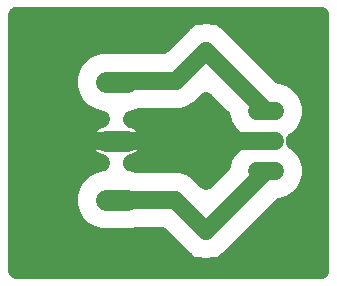
<source format=gbr>
G04 EAGLE Gerber RS-274X export*
G75*
%MOMM*%
%FSLAX34Y34*%
%LPD*%
%INBottom Copper*%
%IPPOS*%
%AMOC8*
5,1,8,0,0,1.08239X$1,22.5*%
G01*
%ADD10P,1.539592X8X292.500000*%
%ADD11C,1.790700*%
%ADD12C,1.524000*%
%ADD13C,1.500000*%

G36*
X363607Y73517D02*
X363607Y73517D01*
X363914Y73526D01*
X363993Y73537D01*
X364073Y73541D01*
X364376Y73588D01*
X364681Y73629D01*
X364759Y73648D01*
X364838Y73660D01*
X365135Y73738D01*
X365434Y73811D01*
X365510Y73838D01*
X365587Y73858D01*
X365873Y73966D01*
X366164Y74069D01*
X366236Y74104D01*
X366311Y74132D01*
X366585Y74269D01*
X366863Y74401D01*
X366932Y74443D01*
X367003Y74479D01*
X367262Y74644D01*
X367525Y74804D01*
X367588Y74852D01*
X367656Y74896D01*
X367896Y75086D01*
X368141Y75273D01*
X368200Y75327D01*
X368262Y75377D01*
X368482Y75592D01*
X368706Y75802D01*
X368758Y75863D01*
X368816Y75919D01*
X369012Y76156D01*
X369213Y76387D01*
X369259Y76453D01*
X369310Y76515D01*
X369481Y76770D01*
X369657Y77022D01*
X369696Y77092D01*
X369741Y77158D01*
X369884Y77430D01*
X370033Y77698D01*
X370065Y77772D01*
X370102Y77843D01*
X370217Y78128D01*
X370338Y78410D01*
X370362Y78487D01*
X370392Y78561D01*
X370476Y78856D01*
X370567Y79150D01*
X370583Y79228D01*
X370605Y79305D01*
X370659Y79607D01*
X370719Y79909D01*
X370724Y79973D01*
X370741Y80068D01*
X370798Y80840D01*
X370795Y80936D01*
X370799Y81000D01*
X370799Y296700D01*
X370783Y297007D01*
X370774Y297314D01*
X370763Y297393D01*
X370759Y297473D01*
X370712Y297776D01*
X370671Y298081D01*
X370652Y298159D01*
X370640Y298238D01*
X370562Y298535D01*
X370489Y298834D01*
X370462Y298910D01*
X370442Y298987D01*
X370334Y299273D01*
X370231Y299564D01*
X370196Y299636D01*
X370168Y299711D01*
X370031Y299985D01*
X369899Y300263D01*
X369857Y300332D01*
X369821Y300403D01*
X369656Y300662D01*
X369496Y300925D01*
X369448Y300988D01*
X369404Y301056D01*
X369214Y301296D01*
X369027Y301541D01*
X368973Y301600D01*
X368923Y301662D01*
X368708Y301882D01*
X368498Y302106D01*
X368437Y302158D01*
X368381Y302216D01*
X368144Y302412D01*
X367913Y302613D01*
X367847Y302659D01*
X367785Y302710D01*
X367530Y302881D01*
X367278Y303057D01*
X367208Y303096D01*
X367142Y303141D01*
X366870Y303284D01*
X366602Y303433D01*
X366528Y303465D01*
X366457Y303502D01*
X366172Y303617D01*
X365890Y303738D01*
X365813Y303762D01*
X365739Y303792D01*
X365444Y303876D01*
X365150Y303967D01*
X365072Y303983D01*
X364995Y304005D01*
X364693Y304059D01*
X364391Y304119D01*
X364327Y304124D01*
X364232Y304141D01*
X363460Y304198D01*
X363364Y304195D01*
X363300Y304199D01*
X106400Y304199D01*
X106093Y304183D01*
X105786Y304174D01*
X105707Y304163D01*
X105627Y304159D01*
X105324Y304112D01*
X105019Y304071D01*
X104941Y304052D01*
X104862Y304040D01*
X104565Y303962D01*
X104266Y303889D01*
X104190Y303862D01*
X104113Y303842D01*
X103827Y303734D01*
X103536Y303631D01*
X103464Y303596D01*
X103389Y303568D01*
X103115Y303431D01*
X102837Y303299D01*
X102768Y303257D01*
X102697Y303221D01*
X102438Y303056D01*
X102175Y302896D01*
X102112Y302848D01*
X102044Y302804D01*
X101804Y302614D01*
X101559Y302427D01*
X101500Y302373D01*
X101438Y302323D01*
X101218Y302108D01*
X100994Y301898D01*
X100942Y301837D01*
X100884Y301781D01*
X100688Y301544D01*
X100487Y301313D01*
X100441Y301247D01*
X100390Y301185D01*
X100219Y300930D01*
X100043Y300678D01*
X100004Y300608D01*
X99959Y300542D01*
X99816Y300270D01*
X99667Y300002D01*
X99635Y299928D01*
X99598Y299857D01*
X99483Y299572D01*
X99362Y299290D01*
X99338Y299213D01*
X99308Y299139D01*
X99224Y298844D01*
X99133Y298550D01*
X99117Y298472D01*
X99095Y298395D01*
X99041Y298093D01*
X98981Y297791D01*
X98976Y297727D01*
X98959Y297632D01*
X98902Y296860D01*
X98905Y296764D01*
X98901Y296700D01*
X98901Y81000D01*
X98917Y80693D01*
X98926Y80386D01*
X98937Y80307D01*
X98941Y80227D01*
X98988Y79924D01*
X99029Y79619D01*
X99048Y79541D01*
X99060Y79462D01*
X99138Y79165D01*
X99211Y78866D01*
X99238Y78790D01*
X99258Y78713D01*
X99366Y78427D01*
X99469Y78136D01*
X99504Y78064D01*
X99532Y77989D01*
X99669Y77715D01*
X99801Y77437D01*
X99843Y77368D01*
X99879Y77297D01*
X100044Y77038D01*
X100204Y76775D01*
X100252Y76712D01*
X100296Y76644D01*
X100486Y76404D01*
X100673Y76159D01*
X100727Y76100D01*
X100777Y76038D01*
X100992Y75818D01*
X101202Y75594D01*
X101263Y75542D01*
X101319Y75484D01*
X101556Y75288D01*
X101787Y75087D01*
X101853Y75041D01*
X101915Y74990D01*
X102170Y74819D01*
X102422Y74643D01*
X102492Y74604D01*
X102558Y74559D01*
X102830Y74416D01*
X103098Y74267D01*
X103172Y74235D01*
X103243Y74198D01*
X103528Y74083D01*
X103810Y73962D01*
X103887Y73938D01*
X103961Y73908D01*
X104256Y73824D01*
X104550Y73733D01*
X104628Y73717D01*
X104705Y73695D01*
X105007Y73641D01*
X105309Y73581D01*
X105373Y73576D01*
X105468Y73559D01*
X106240Y73502D01*
X106336Y73505D01*
X106400Y73501D01*
X363300Y73501D01*
X363607Y73517D01*
G37*
%LPC*%
G36*
X263738Y91799D02*
X263738Y91799D01*
X263243Y91932D01*
X263197Y91942D01*
X263153Y91955D01*
X262819Y92022D01*
X262486Y92093D01*
X262439Y92098D01*
X262393Y92107D01*
X262268Y92117D01*
X261716Y92176D01*
X261445Y92177D01*
X261302Y92187D01*
X257541Y92187D01*
X254881Y94847D01*
X254846Y94879D01*
X254814Y94913D01*
X254558Y95138D01*
X254306Y95366D01*
X254268Y95393D01*
X254233Y95424D01*
X254128Y95495D01*
X253680Y95822D01*
X253446Y95958D01*
X253328Y96039D01*
X252884Y96295D01*
X233376Y115803D01*
X233322Y115852D01*
X233271Y115906D01*
X233034Y116111D01*
X232801Y116321D01*
X232742Y116365D01*
X232686Y116413D01*
X232429Y116593D01*
X232176Y116778D01*
X232112Y116815D01*
X232052Y116857D01*
X231778Y117009D01*
X231507Y117167D01*
X231440Y117198D01*
X231375Y117233D01*
X231087Y117357D01*
X230801Y117486D01*
X230731Y117509D01*
X230663Y117538D01*
X230364Y117631D01*
X230066Y117730D01*
X229994Y117746D01*
X229924Y117767D01*
X229616Y117829D01*
X229310Y117897D01*
X229237Y117905D01*
X229165Y117919D01*
X229015Y117930D01*
X228541Y117985D01*
X228227Y117988D01*
X228074Y117999D01*
X209219Y117999D01*
X209172Y117997D01*
X209125Y117999D01*
X208786Y117977D01*
X208446Y117959D01*
X208399Y117952D01*
X208352Y117949D01*
X208229Y117925D01*
X207681Y117840D01*
X207419Y117771D01*
X207278Y117744D01*
X202807Y116546D01*
X178593Y116546D01*
X172500Y118178D01*
X167038Y121332D01*
X162578Y125792D01*
X159425Y131254D01*
X157792Y137346D01*
X157792Y143654D01*
X159425Y149746D01*
X162578Y155208D01*
X167038Y159668D01*
X172500Y162822D01*
X179533Y164706D01*
X179873Y164816D01*
X180219Y164926D01*
X180244Y164937D01*
X180269Y164945D01*
X180598Y165090D01*
X180930Y165234D01*
X180953Y165247D01*
X180977Y165258D01*
X181289Y165437D01*
X181604Y165614D01*
X181626Y165630D01*
X181649Y165643D01*
X181940Y165852D01*
X182236Y166062D01*
X182256Y166079D01*
X182278Y166095D01*
X182547Y166334D01*
X182819Y166572D01*
X182837Y166592D01*
X182857Y166609D01*
X183100Y166876D01*
X183345Y167140D01*
X183361Y167161D01*
X183379Y167181D01*
X183594Y167471D01*
X183810Y167759D01*
X183824Y167781D01*
X183840Y167803D01*
X184024Y168114D01*
X184209Y168422D01*
X184221Y168446D01*
X184234Y168469D01*
X184386Y168798D01*
X184538Y169123D01*
X184547Y169148D01*
X184558Y169173D01*
X184674Y169515D01*
X184792Y169855D01*
X184799Y169881D01*
X184807Y169906D01*
X184887Y170258D01*
X184970Y170608D01*
X184973Y170634D01*
X184979Y170661D01*
X185023Y171022D01*
X185069Y171376D01*
X185070Y171403D01*
X185073Y171429D01*
X185079Y171793D01*
X185088Y172150D01*
X185086Y172177D01*
X185087Y172204D01*
X185056Y172564D01*
X185028Y172922D01*
X185023Y172948D01*
X185021Y172975D01*
X184953Y173326D01*
X184888Y173684D01*
X184880Y173710D01*
X184875Y173736D01*
X184772Y174078D01*
X184670Y174427D01*
X184660Y174452D01*
X184652Y174477D01*
X184514Y174809D01*
X184377Y175144D01*
X184364Y175167D01*
X184354Y175192D01*
X184182Y175508D01*
X184011Y175826D01*
X183997Y175848D01*
X183984Y175872D01*
X183780Y176169D01*
X183578Y176467D01*
X183560Y176488D01*
X183545Y176510D01*
X183312Y176784D01*
X183080Y177061D01*
X183061Y177079D01*
X183043Y177099D01*
X182783Y177348D01*
X182524Y177599D01*
X182503Y177616D01*
X182483Y177634D01*
X182199Y177855D01*
X181915Y178078D01*
X181892Y178092D01*
X181871Y178108D01*
X181565Y178298D01*
X181260Y178491D01*
X181236Y178503D01*
X181213Y178517D01*
X180891Y178673D01*
X180566Y178834D01*
X180545Y178841D01*
X180517Y178855D01*
X179789Y179120D01*
X179629Y179160D01*
X179533Y179194D01*
X178044Y179592D01*
X176652Y180169D01*
X175347Y180922D01*
X174152Y181840D01*
X173086Y182905D01*
X173013Y183001D01*
X190700Y183001D01*
X208387Y183001D01*
X208314Y182905D01*
X207248Y181840D01*
X206053Y180922D01*
X204748Y180169D01*
X203356Y179592D01*
X201867Y179194D01*
X201522Y179082D01*
X201181Y178974D01*
X201156Y178963D01*
X201131Y178955D01*
X200801Y178809D01*
X200470Y178665D01*
X200447Y178652D01*
X200423Y178641D01*
X200110Y178463D01*
X199796Y178285D01*
X199774Y178270D01*
X199751Y178257D01*
X199458Y178046D01*
X199164Y177838D01*
X199144Y177820D01*
X199122Y177805D01*
X198852Y177564D01*
X198582Y177327D01*
X198563Y177308D01*
X198543Y177290D01*
X198300Y177024D01*
X198055Y176760D01*
X198039Y176739D01*
X198021Y176719D01*
X197807Y176430D01*
X197590Y176141D01*
X197576Y176118D01*
X197560Y176097D01*
X197377Y175787D01*
X197191Y175477D01*
X197179Y175453D01*
X197166Y175430D01*
X197015Y175103D01*
X196862Y174776D01*
X196853Y174751D01*
X196842Y174727D01*
X196726Y174385D01*
X196608Y174045D01*
X196602Y174019D01*
X196593Y173994D01*
X196513Y173642D01*
X196430Y173291D01*
X196427Y173265D01*
X196421Y173239D01*
X196377Y172882D01*
X196331Y172523D01*
X196330Y172497D01*
X196327Y172470D01*
X196321Y172109D01*
X196312Y171749D01*
X196314Y171723D01*
X196313Y171696D01*
X196344Y171335D01*
X196372Y170977D01*
X196377Y170951D01*
X196379Y170925D01*
X196447Y170569D01*
X196512Y170216D01*
X196520Y170190D01*
X196525Y170164D01*
X196629Y169818D01*
X196730Y169473D01*
X196740Y169448D01*
X196748Y169422D01*
X196888Y169086D01*
X197023Y168756D01*
X197036Y168733D01*
X197046Y168708D01*
X197219Y168390D01*
X197389Y168073D01*
X197403Y168052D01*
X197416Y168028D01*
X197622Y167729D01*
X197822Y167432D01*
X197840Y167412D01*
X197855Y167390D01*
X198089Y167114D01*
X198320Y166839D01*
X198339Y166820D01*
X198357Y166800D01*
X198618Y166551D01*
X198876Y166300D01*
X198897Y166284D01*
X198917Y166265D01*
X199203Y166044D01*
X199485Y165822D01*
X199508Y165808D01*
X199529Y165791D01*
X199835Y165602D01*
X200140Y165409D01*
X200164Y165397D01*
X200187Y165383D01*
X200511Y165225D01*
X200834Y165065D01*
X200855Y165058D01*
X200883Y165045D01*
X201611Y164780D01*
X201772Y164739D01*
X201867Y164706D01*
X207278Y163256D01*
X207324Y163246D01*
X207369Y163233D01*
X207702Y163166D01*
X208035Y163095D01*
X208082Y163090D01*
X208128Y163081D01*
X208253Y163071D01*
X208805Y163012D01*
X209076Y163011D01*
X209219Y163001D01*
X243462Y163001D01*
X249185Y161467D01*
X254316Y158505D01*
X261397Y151424D01*
X261625Y151218D01*
X261849Y151007D01*
X261913Y150959D01*
X261972Y150905D01*
X262220Y150724D01*
X262465Y150538D01*
X262533Y150496D01*
X262598Y150449D01*
X262863Y150294D01*
X263125Y150134D01*
X263198Y150099D01*
X263267Y150059D01*
X263547Y149933D01*
X263824Y149800D01*
X263899Y149774D01*
X263973Y149741D01*
X264265Y149644D01*
X264554Y149541D01*
X264632Y149522D01*
X264708Y149497D01*
X265007Y149431D01*
X265306Y149358D01*
X265386Y149347D01*
X265464Y149330D01*
X265769Y149295D01*
X266073Y149253D01*
X266153Y149251D01*
X266233Y149242D01*
X266540Y149238D01*
X266847Y149229D01*
X266927Y149234D01*
X267007Y149233D01*
X267314Y149262D01*
X267619Y149284D01*
X267698Y149298D01*
X267778Y149305D01*
X268080Y149365D01*
X268382Y149418D01*
X268459Y149440D01*
X268538Y149456D01*
X268831Y149546D01*
X269127Y149631D01*
X269201Y149660D01*
X269278Y149684D01*
X269560Y149804D01*
X269845Y149919D01*
X269916Y149956D01*
X269990Y149987D01*
X270258Y150136D01*
X270531Y150279D01*
X270597Y150324D01*
X270667Y150362D01*
X270920Y150538D01*
X271175Y150709D01*
X271223Y150750D01*
X271302Y150805D01*
X271888Y151312D01*
X271955Y151382D01*
X272003Y151424D01*
X285327Y164748D01*
X285497Y164936D01*
X285673Y165118D01*
X285756Y165223D01*
X285845Y165323D01*
X285995Y165528D01*
X286152Y165727D01*
X286223Y165840D01*
X286302Y165948D01*
X286429Y166167D01*
X286565Y166382D01*
X286624Y166502D01*
X286691Y166617D01*
X286796Y166848D01*
X286908Y167076D01*
X286942Y167172D01*
X287010Y167323D01*
X287254Y168058D01*
X287260Y168089D01*
X287268Y168109D01*
X288801Y173831D01*
X291779Y178989D01*
X295995Y183205D01*
X296205Y183341D01*
X296445Y183487D01*
X296530Y183552D01*
X296619Y183610D01*
X296647Y183633D01*
X296850Y183735D01*
X296880Y183748D01*
X296988Y183792D01*
X297023Y183812D01*
X297060Y183829D01*
X297196Y183908D01*
X297337Y183979D01*
X297496Y184080D01*
X297662Y184174D01*
X297695Y184197D01*
X297729Y184218D01*
X297857Y184311D01*
X297990Y184395D01*
X298137Y184512D01*
X298292Y184623D01*
X298323Y184650D01*
X298355Y184673D01*
X298474Y184780D01*
X298596Y184877D01*
X298730Y185008D01*
X298874Y185135D01*
X298901Y185164D01*
X298931Y185191D01*
X299038Y185310D01*
X299149Y185419D01*
X299269Y185563D01*
X299399Y185704D01*
X299423Y185736D01*
X299450Y185766D01*
X299545Y185895D01*
X299644Y186015D01*
X299747Y186169D01*
X299863Y186324D01*
X299883Y186358D01*
X299907Y186391D01*
X299988Y186529D01*
X300074Y186658D01*
X300161Y186822D01*
X300260Y186988D01*
X300277Y187024D01*
X300297Y187059D01*
X300364Y187206D01*
X300436Y187343D01*
X300505Y187515D01*
X300587Y187690D01*
X300600Y187728D01*
X300617Y187765D01*
X300668Y187918D01*
X300725Y188061D01*
X300776Y188238D01*
X300840Y188422D01*
X300849Y188461D01*
X300862Y188499D01*
X300897Y188658D01*
X300939Y188805D01*
X300971Y188986D01*
X301016Y189176D01*
X301021Y189216D01*
X301029Y189255D01*
X301048Y189417D01*
X301075Y189568D01*
X301088Y189751D01*
X301113Y189944D01*
X301114Y189984D01*
X301118Y190024D01*
X301120Y190187D01*
X301131Y190340D01*
X301126Y190524D01*
X301130Y190718D01*
X301127Y190758D01*
X301127Y190799D01*
X301113Y190960D01*
X301108Y191114D01*
X301083Y191297D01*
X301068Y191490D01*
X301060Y191530D01*
X301057Y191570D01*
X301025Y191728D01*
X301005Y191881D01*
X300961Y192061D01*
X300926Y192251D01*
X300915Y192290D01*
X300907Y192329D01*
X300860Y192483D01*
X300823Y192634D01*
X300761Y192809D01*
X300707Y192994D01*
X300691Y193031D01*
X300679Y193069D01*
X300617Y193217D01*
X300565Y193364D01*
X300485Y193532D01*
X300412Y193710D01*
X300393Y193745D01*
X300377Y193782D01*
X300299Y193923D01*
X300233Y194063D01*
X300136Y194222D01*
X300045Y194392D01*
X300022Y194425D01*
X300003Y194460D01*
X299911Y194591D01*
X299830Y194725D01*
X299717Y194873D01*
X299609Y195032D01*
X299583Y195062D01*
X299560Y195096D01*
X299456Y195217D01*
X299361Y195341D01*
X299233Y195478D01*
X299110Y195624D01*
X299081Y195652D01*
X299055Y195682D01*
X298939Y195791D01*
X298832Y195906D01*
X298689Y196029D01*
X298553Y196161D01*
X298521Y196186D01*
X298492Y196213D01*
X298398Y196282D01*
X298396Y196284D01*
X298247Y196413D01*
X298092Y196521D01*
X297943Y196638D01*
X297774Y196744D01*
X297612Y196857D01*
X297610Y196858D01*
X297609Y196859D01*
X297608Y196859D01*
X297445Y196950D01*
X297287Y197050D01*
X297109Y197137D01*
X296936Y197233D01*
X296933Y197234D01*
X296932Y197235D01*
X296759Y197309D01*
X296654Y197361D01*
X296062Y197757D01*
X296005Y197787D01*
X295997Y197792D01*
X291779Y202011D01*
X288801Y207169D01*
X287268Y212891D01*
X287189Y213132D01*
X287120Y213376D01*
X287070Y213500D01*
X287029Y213627D01*
X286926Y213859D01*
X286832Y214095D01*
X286770Y214213D01*
X286715Y214335D01*
X286589Y214556D01*
X286471Y214780D01*
X286397Y214891D01*
X286331Y215007D01*
X286182Y215214D01*
X286042Y215425D01*
X285975Y215501D01*
X285879Y215636D01*
X285364Y216215D01*
X285341Y216236D01*
X285327Y216252D01*
X272003Y229576D01*
X271775Y229782D01*
X271551Y229993D01*
X271487Y230041D01*
X271428Y230095D01*
X271180Y230276D01*
X270935Y230462D01*
X270867Y230504D01*
X270802Y230551D01*
X270537Y230706D01*
X270275Y230866D01*
X270202Y230901D01*
X270133Y230941D01*
X269853Y231067D01*
X269576Y231200D01*
X269501Y231226D01*
X269427Y231259D01*
X269135Y231356D01*
X268846Y231459D01*
X268769Y231478D01*
X268692Y231503D01*
X268393Y231570D01*
X268094Y231642D01*
X268014Y231653D01*
X267936Y231670D01*
X267631Y231705D01*
X267327Y231747D01*
X267247Y231749D01*
X267167Y231758D01*
X266860Y231762D01*
X266553Y231771D01*
X266473Y231766D01*
X266393Y231767D01*
X266086Y231738D01*
X265781Y231716D01*
X265702Y231702D01*
X265622Y231695D01*
X265320Y231635D01*
X265018Y231582D01*
X264941Y231560D01*
X264862Y231544D01*
X264569Y231454D01*
X264273Y231369D01*
X264199Y231340D01*
X264122Y231316D01*
X263840Y231196D01*
X263555Y231081D01*
X263484Y231044D01*
X263410Y231013D01*
X263141Y230864D01*
X262869Y230721D01*
X262803Y230676D01*
X262733Y230638D01*
X262481Y230462D01*
X262225Y230291D01*
X262177Y230250D01*
X262098Y230195D01*
X261512Y229688D01*
X261445Y229618D01*
X261397Y229576D01*
X255116Y223295D01*
X249985Y220333D01*
X244262Y218799D01*
X211985Y218799D01*
X211731Y218786D01*
X211477Y218782D01*
X211345Y218766D01*
X211211Y218759D01*
X210960Y218720D01*
X210708Y218690D01*
X210578Y218660D01*
X210446Y218640D01*
X210201Y218575D01*
X209953Y218519D01*
X209826Y218476D01*
X209698Y218442D01*
X209460Y218352D01*
X209219Y218271D01*
X209187Y218255D01*
X201867Y216294D01*
X201527Y216184D01*
X201181Y216074D01*
X201156Y216063D01*
X201131Y216055D01*
X200802Y215910D01*
X200470Y215766D01*
X200447Y215753D01*
X200423Y215742D01*
X200111Y215563D01*
X199796Y215386D01*
X199774Y215370D01*
X199751Y215357D01*
X199460Y215148D01*
X199164Y214938D01*
X199144Y214921D01*
X199122Y214905D01*
X198853Y214666D01*
X198581Y214428D01*
X198563Y214408D01*
X198543Y214391D01*
X198300Y214124D01*
X198055Y213860D01*
X198039Y213839D01*
X198021Y213819D01*
X197806Y213529D01*
X197590Y213241D01*
X197576Y213219D01*
X197560Y213197D01*
X197375Y212885D01*
X197191Y212578D01*
X197179Y212554D01*
X197166Y212531D01*
X197014Y212202D01*
X196862Y211877D01*
X196853Y211852D01*
X196842Y211827D01*
X196726Y211485D01*
X196608Y211145D01*
X196601Y211119D01*
X196593Y211094D01*
X196513Y210742D01*
X196430Y210392D01*
X196427Y210366D01*
X196421Y210339D01*
X196377Y209978D01*
X196331Y209624D01*
X196330Y209597D01*
X196327Y209571D01*
X196321Y209207D01*
X196312Y208850D01*
X196314Y208823D01*
X196313Y208796D01*
X196344Y208432D01*
X196372Y208078D01*
X196377Y208052D01*
X196379Y208025D01*
X196447Y207672D01*
X196512Y207316D01*
X196520Y207290D01*
X196525Y207264D01*
X196628Y206921D01*
X196730Y206573D01*
X196740Y206548D01*
X196748Y206523D01*
X196886Y206191D01*
X197023Y205856D01*
X197036Y205833D01*
X197046Y205808D01*
X197218Y205492D01*
X197389Y205174D01*
X197403Y205152D01*
X197416Y205128D01*
X197620Y204831D01*
X197822Y204533D01*
X197840Y204512D01*
X197855Y204490D01*
X198088Y204216D01*
X198320Y203939D01*
X198339Y203921D01*
X198357Y203901D01*
X198618Y203651D01*
X198876Y203401D01*
X198897Y203384D01*
X198917Y203366D01*
X199201Y203145D01*
X199485Y202922D01*
X199508Y202908D01*
X199529Y202892D01*
X199835Y202702D01*
X200140Y202509D01*
X200164Y202497D01*
X200187Y202483D01*
X200509Y202327D01*
X200834Y202166D01*
X200855Y202159D01*
X200883Y202145D01*
X201611Y201880D01*
X201771Y201840D01*
X201867Y201806D01*
X203356Y201408D01*
X204748Y200831D01*
X206053Y200078D01*
X207248Y199160D01*
X208314Y198095D01*
X208387Y197999D01*
X190700Y197999D01*
X173013Y197999D01*
X173086Y198095D01*
X174152Y199160D01*
X175347Y200078D01*
X176652Y200831D01*
X178044Y201408D01*
X179533Y201807D01*
X179877Y201918D01*
X180219Y202026D01*
X180244Y202037D01*
X180269Y202045D01*
X180601Y202192D01*
X180930Y202335D01*
X180953Y202348D01*
X180977Y202359D01*
X181291Y202539D01*
X181604Y202715D01*
X181626Y202730D01*
X181649Y202743D01*
X181943Y202955D01*
X182236Y203162D01*
X182256Y203180D01*
X182278Y203195D01*
X182548Y203436D01*
X182818Y203673D01*
X182837Y203692D01*
X182857Y203710D01*
X183100Y203976D01*
X183345Y204240D01*
X183361Y204261D01*
X183379Y204281D01*
X183594Y204571D01*
X183810Y204859D01*
X183824Y204882D01*
X183840Y204903D01*
X184023Y205213D01*
X184209Y205523D01*
X184221Y205547D01*
X184234Y205570D01*
X184384Y205895D01*
X184538Y206224D01*
X184547Y206249D01*
X184558Y206273D01*
X184674Y206614D01*
X184792Y206955D01*
X184798Y206981D01*
X184807Y207006D01*
X184887Y207357D01*
X184970Y207709D01*
X184973Y207735D01*
X184979Y207761D01*
X185023Y208119D01*
X185069Y208477D01*
X185070Y208503D01*
X185073Y208530D01*
X185079Y208893D01*
X185088Y209251D01*
X185086Y209277D01*
X185087Y209304D01*
X185056Y209665D01*
X185028Y210023D01*
X185023Y210049D01*
X185021Y210075D01*
X184953Y210431D01*
X184888Y210784D01*
X184880Y210810D01*
X184875Y210836D01*
X184771Y211183D01*
X184670Y211527D01*
X184660Y211552D01*
X184652Y211578D01*
X184513Y211910D01*
X184377Y212244D01*
X184364Y212268D01*
X184354Y212292D01*
X184182Y212609D01*
X184011Y212927D01*
X183997Y212949D01*
X183984Y212972D01*
X183779Y213270D01*
X183578Y213568D01*
X183560Y213588D01*
X183545Y213610D01*
X183312Y213884D01*
X183080Y214161D01*
X183060Y214180D01*
X183043Y214200D01*
X182783Y214448D01*
X182524Y214700D01*
X182503Y214716D01*
X182483Y214735D01*
X182197Y214956D01*
X181915Y215178D01*
X181892Y215192D01*
X181871Y215209D01*
X181564Y215399D01*
X181260Y215591D01*
X181236Y215603D01*
X181213Y215617D01*
X180889Y215775D01*
X180566Y215935D01*
X180545Y215942D01*
X180517Y215955D01*
X179789Y216220D01*
X179628Y216261D01*
X179533Y216294D01*
X172500Y218178D01*
X167038Y221332D01*
X162578Y225792D01*
X159425Y231254D01*
X157792Y237346D01*
X157792Y243654D01*
X159425Y249746D01*
X162578Y255208D01*
X167038Y259668D01*
X172500Y262822D01*
X178593Y264454D01*
X202807Y264454D01*
X204292Y264056D01*
X204338Y264046D01*
X204383Y264033D01*
X204716Y263966D01*
X205050Y263895D01*
X205096Y263890D01*
X205142Y263881D01*
X205268Y263871D01*
X205820Y263812D01*
X206090Y263811D01*
X206233Y263801D01*
X228874Y263801D01*
X228947Y263805D01*
X229021Y263802D01*
X229334Y263825D01*
X229647Y263841D01*
X229720Y263852D01*
X229793Y263857D01*
X230102Y263912D01*
X230412Y263960D01*
X230483Y263979D01*
X230556Y263992D01*
X230858Y264078D01*
X231161Y264158D01*
X231229Y264184D01*
X231300Y264204D01*
X231592Y264321D01*
X231885Y264432D01*
X231950Y264465D01*
X232019Y264492D01*
X232297Y264638D01*
X232577Y264779D01*
X232639Y264819D01*
X232704Y264853D01*
X232965Y265027D01*
X233230Y265196D01*
X233287Y265241D01*
X233348Y265282D01*
X233462Y265380D01*
X233836Y265677D01*
X234060Y265897D01*
X234176Y265997D01*
X252884Y284705D01*
X253328Y284961D01*
X253367Y284987D01*
X253408Y285008D01*
X253692Y285197D01*
X253977Y285382D01*
X254014Y285412D01*
X254053Y285438D01*
X254148Y285520D01*
X254580Y285868D01*
X254772Y286059D01*
X254881Y286153D01*
X257541Y288813D01*
X261302Y288813D01*
X261349Y288815D01*
X261396Y288813D01*
X261735Y288835D01*
X262076Y288853D01*
X262122Y288860D01*
X262169Y288863D01*
X262292Y288887D01*
X262841Y288972D01*
X263102Y289041D01*
X263243Y289068D01*
X263738Y289201D01*
X269662Y289201D01*
X270157Y289068D01*
X270203Y289058D01*
X270247Y289045D01*
X270581Y288978D01*
X270914Y288907D01*
X270961Y288902D01*
X271007Y288893D01*
X271132Y288883D01*
X271684Y288824D01*
X271955Y288823D01*
X272098Y288813D01*
X275859Y288813D01*
X278519Y286153D01*
X278554Y286121D01*
X278586Y286087D01*
X278841Y285862D01*
X279094Y285634D01*
X279132Y285606D01*
X279168Y285576D01*
X279271Y285505D01*
X279720Y285178D01*
X279954Y285042D01*
X280072Y284961D01*
X280516Y284705D01*
X324768Y240453D01*
X324957Y240283D01*
X325138Y240107D01*
X325243Y240024D01*
X325343Y239935D01*
X325548Y239785D01*
X325747Y239628D01*
X325860Y239557D01*
X325968Y239478D01*
X326187Y239351D01*
X326402Y239215D01*
X326522Y239156D01*
X326637Y239089D01*
X326868Y238984D01*
X327096Y238872D01*
X327192Y238838D01*
X327343Y238770D01*
X328078Y238526D01*
X328109Y238520D01*
X328129Y238512D01*
X333851Y236979D01*
X339009Y234001D01*
X343221Y229789D01*
X346199Y224631D01*
X347741Y218878D01*
X347741Y212922D01*
X346199Y207169D01*
X343221Y202011D01*
X339005Y197795D01*
X338795Y197659D01*
X338555Y197513D01*
X338470Y197448D01*
X338381Y197390D01*
X338353Y197367D01*
X338177Y197279D01*
X337996Y197200D01*
X337832Y197106D01*
X337663Y197021D01*
X337496Y196914D01*
X337494Y196914D01*
X337392Y196859D01*
X337391Y196859D01*
X337358Y196836D01*
X337323Y196816D01*
X337169Y196706D01*
X337010Y196605D01*
X336887Y196506D01*
X336757Y196416D01*
X336726Y196389D01*
X336694Y196366D01*
X336551Y196240D01*
X336404Y196123D01*
X336292Y196013D01*
X336171Y195909D01*
X336144Y195880D01*
X336114Y195853D01*
X335985Y195713D01*
X335851Y195581D01*
X335750Y195460D01*
X335641Y195344D01*
X335617Y195312D01*
X335590Y195283D01*
X335476Y195130D01*
X335356Y194985D01*
X335269Y194855D01*
X335172Y194728D01*
X335151Y194694D01*
X335127Y194662D01*
X335029Y194497D01*
X334926Y194342D01*
X334853Y194204D01*
X334769Y194067D01*
X334752Y194031D01*
X334731Y193996D01*
X334651Y193822D01*
X334564Y193657D01*
X334506Y193513D01*
X334437Y193368D01*
X334423Y193330D01*
X334406Y193293D01*
X334344Y193111D01*
X334275Y192939D01*
X334232Y192790D01*
X334178Y192638D01*
X334168Y192599D01*
X334155Y192561D01*
X334112Y192373D01*
X334061Y192195D01*
X334034Y192043D01*
X333996Y191886D01*
X333990Y191845D01*
X333981Y191806D01*
X333957Y191615D01*
X333925Y191432D01*
X333914Y191279D01*
X333892Y191118D01*
X333891Y191078D01*
X333886Y191038D01*
X333882Y190844D01*
X333869Y190660D01*
X333873Y190506D01*
X333868Y190344D01*
X333871Y190304D01*
X333870Y190264D01*
X333886Y190071D01*
X333892Y189886D01*
X333912Y189734D01*
X333924Y189572D01*
X333931Y189532D01*
X333935Y189492D01*
X333971Y189302D01*
X333995Y189119D01*
X334031Y188969D01*
X334060Y188810D01*
X334071Y188771D01*
X334078Y188731D01*
X334134Y188545D01*
X334177Y188366D01*
X334228Y188221D01*
X334273Y188065D01*
X334288Y188028D01*
X334299Y187989D01*
X334374Y187810D01*
X334435Y187636D01*
X334501Y187497D01*
X334562Y187347D01*
X334580Y187311D01*
X334596Y187274D01*
X334688Y187104D01*
X334768Y186937D01*
X334848Y186805D01*
X334923Y186662D01*
X334945Y186629D01*
X334965Y186593D01*
X335073Y186434D01*
X335170Y186275D01*
X335264Y186152D01*
X335353Y186018D01*
X335379Y185987D01*
X335402Y185954D01*
X335526Y185808D01*
X335639Y185659D01*
X335745Y185545D01*
X335847Y185422D01*
X335876Y185394D01*
X335902Y185363D01*
X336040Y185231D01*
X336168Y185094D01*
X336286Y184992D01*
X336400Y184880D01*
X336432Y184855D01*
X336461Y184827D01*
X336612Y184710D01*
X336754Y184587D01*
X336882Y184497D01*
X337006Y184398D01*
X337040Y184377D01*
X337072Y184352D01*
X337172Y184292D01*
X337201Y184274D01*
X337388Y184143D01*
X337526Y184066D01*
X337659Y183981D01*
X337864Y183878D01*
X337930Y183842D01*
X338012Y183792D01*
X338039Y183781D01*
X338065Y183766D01*
X338210Y183704D01*
X338351Y183634D01*
X338359Y183630D01*
X338938Y183243D01*
X338995Y183213D01*
X339003Y183208D01*
X343221Y178989D01*
X346199Y173831D01*
X347741Y168078D01*
X347741Y162122D01*
X346199Y156369D01*
X343221Y151211D01*
X339009Y146999D01*
X333851Y144021D01*
X328129Y142488D01*
X327888Y142409D01*
X327644Y142340D01*
X327520Y142290D01*
X327393Y142249D01*
X327161Y142146D01*
X326925Y142052D01*
X326807Y141990D01*
X326685Y141935D01*
X326464Y141809D01*
X326240Y141691D01*
X326129Y141617D01*
X326013Y141551D01*
X325806Y141402D01*
X325595Y141262D01*
X325519Y141195D01*
X325384Y141099D01*
X324805Y140584D01*
X324784Y140561D01*
X324768Y140547D01*
X280516Y96295D01*
X280072Y96039D01*
X280033Y96013D01*
X279992Y95992D01*
X279709Y95803D01*
X279423Y95618D01*
X279386Y95588D01*
X279347Y95562D01*
X279252Y95480D01*
X278820Y95132D01*
X278628Y94941D01*
X278519Y94847D01*
X275859Y92187D01*
X272098Y92187D01*
X272051Y92185D01*
X272004Y92187D01*
X271665Y92165D01*
X271324Y92147D01*
X271278Y92140D01*
X271231Y92137D01*
X271108Y92113D01*
X270559Y92028D01*
X270298Y91959D01*
X270157Y91932D01*
X269662Y91799D01*
X263738Y91799D01*
G37*
%LPD*%
D10*
X266700Y266700D03*
X266700Y114300D03*
D11*
X199654Y140500D02*
X181747Y140500D01*
X181747Y190500D02*
X199654Y190500D01*
X199654Y240500D02*
X181747Y240500D01*
D12*
X309880Y165100D02*
X325120Y165100D01*
X325120Y190500D02*
X309880Y190500D01*
X309880Y215900D02*
X325120Y215900D01*
D13*
X317500Y165100D02*
X266700Y114300D01*
X240500Y140500D02*
X190700Y140500D01*
X240500Y140500D02*
X266700Y114300D01*
X190700Y240500D02*
X191500Y241300D01*
X241300Y241300D01*
X266700Y266700D01*
X317500Y215900D01*
X317500Y190500D02*
X190700Y190500D01*
M02*

</source>
